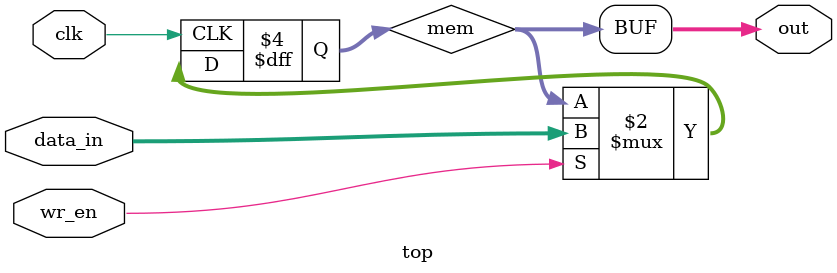
<source format=v>
module top(
  input clk,
  input wr_en,
  input [3:0] data_in,
  output [3:0] out
);

  reg [3:0] mem;

  assign out = mem;

  always @(posedge clk) begin
    if (wr_en) begin
      mem <= data_in;
    end
  end

endmodule

</source>
